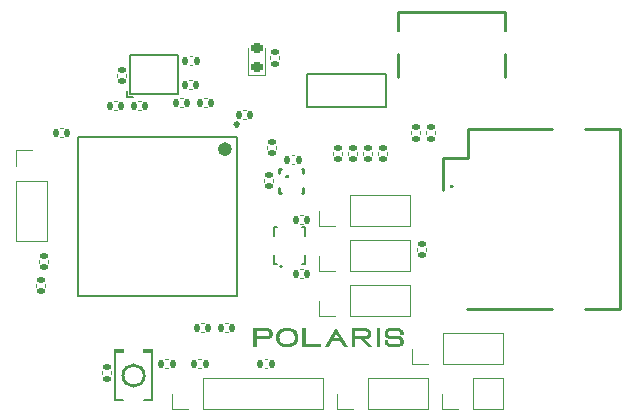
<source format=gbr>
%TF.GenerationSoftware,KiCad,Pcbnew,8.0.4*%
%TF.CreationDate,2024-11-29T22:22:18-05:00*%
%TF.ProjectId,SRSFC,53525346-432e-46b6-9963-61645f706362,V1.0*%
%TF.SameCoordinates,Original*%
%TF.FileFunction,Legend,Top*%
%TF.FilePolarity,Positive*%
%FSLAX46Y46*%
G04 Gerber Fmt 4.6, Leading zero omitted, Abs format (unit mm)*
G04 Created by KiCad (PCBNEW 8.0.4) date 2024-11-29 22:22:18*
%MOMM*%
%LPD*%
G01*
G04 APERTURE LIST*
G04 Aperture macros list*
%AMRoundRect*
0 Rectangle with rounded corners*
0 $1 Rounding radius*
0 $2 $3 $4 $5 $6 $7 $8 $9 X,Y pos of 4 corners*
0 Add a 4 corners polygon primitive as box body*
4,1,4,$2,$3,$4,$5,$6,$7,$8,$9,$2,$3,0*
0 Add four circle primitives for the rounded corners*
1,1,$1+$1,$2,$3*
1,1,$1+$1,$4,$5*
1,1,$1+$1,$6,$7*
1,1,$1+$1,$8,$9*
0 Add four rect primitives between the rounded corners*
20,1,$1+$1,$2,$3,$4,$5,0*
20,1,$1+$1,$4,$5,$6,$7,0*
20,1,$1+$1,$6,$7,$8,$9,0*
20,1,$1+$1,$8,$9,$2,$3,0*%
G04 Aperture macros list end*
%ADD10C,0.250000*%
%ADD11C,0.120000*%
%ADD12C,0.152500*%
%ADD13C,0.200000*%
%ADD14C,0.600000*%
%ADD15C,0.300000*%
%ADD16C,0.254000*%
%ADD17C,0.150000*%
%ADD18C,0.152000*%
%ADD19C,0.000000*%
%ADD20R,1.700000X1.700000*%
%ADD21O,1.700000X1.700000*%
%ADD22RoundRect,0.140000X0.140000X0.170000X-0.140000X0.170000X-0.140000X-0.170000X0.140000X-0.170000X0*%
%ADD23RoundRect,0.140000X-0.140000X-0.170000X0.140000X-0.170000X0.140000X0.170000X-0.140000X0.170000X0*%
%ADD24R,0.980000X2.470000*%
%ADD25R,3.600000X2.470000*%
%ADD26R,0.280000X1.500000*%
%ADD27R,1.500000X0.280000*%
%ADD28RoundRect,0.135000X-0.135000X-0.185000X0.135000X-0.185000X0.135000X0.185000X-0.135000X0.185000X0*%
%ADD29R,0.550000X1.100000*%
%ADD30R,0.300000X1.100000*%
%ADD31O,1.100000X2.000000*%
%ADD32O,1.200000X1.800000*%
%ADD33RoundRect,0.135000X-0.185000X0.135000X-0.185000X-0.135000X0.185000X-0.135000X0.185000X0.135000X0*%
%ADD34RoundRect,0.140000X0.170000X-0.140000X0.170000X0.140000X-0.170000X0.140000X-0.170000X-0.140000X0*%
%ADD35RoundRect,0.135000X0.185000X-0.135000X0.185000X0.135000X-0.185000X0.135000X-0.185000X-0.135000X0*%
%ADD36RoundRect,0.140000X-0.170000X0.140000X-0.170000X-0.140000X0.170000X-0.140000X0.170000X0.140000X0*%
%ADD37C,7.500000*%
%ADD38R,0.280000X0.500000*%
%ADD39R,0.500000X0.280000*%
%ADD40RoundRect,0.218750X0.256250X-0.218750X0.256250X0.218750X-0.256250X0.218750X-0.256250X-0.218750X0*%
%ADD41RoundRect,0.135000X0.135000X0.185000X-0.135000X0.185000X-0.135000X-0.185000X0.135000X-0.185000X0*%
%ADD42R,1.600000X0.700000*%
%ADD43R,1.500000X1.200000*%
%ADD44R,2.200000X1.200000*%
%ADD45R,1.500000X1.600000*%
%ADD46R,0.500000X0.300000*%
%ADD47R,0.300000X0.500000*%
%ADD48R,1.400000X1.200000*%
%ADD49R,1.360000X1.230000*%
G04 APERTURE END LIST*
D10*
G36*
X141245235Y-107223599D02*
G01*
X141338832Y-107229649D01*
X141429318Y-107241440D01*
X141514954Y-107260368D01*
X141593997Y-107287830D01*
X141664708Y-107325224D01*
X141743018Y-107392944D01*
X141787516Y-107458943D01*
X141817879Y-107539528D01*
X141832366Y-107636098D01*
X141833366Y-107672081D01*
X141833366Y-107734998D01*
X141824558Y-107837715D01*
X141799293Y-107923906D01*
X141759314Y-107994974D01*
X141686125Y-108068629D01*
X141618579Y-108109862D01*
X141542120Y-108140647D01*
X141458488Y-108162387D01*
X141369426Y-108176483D01*
X141276672Y-108184339D01*
X141181968Y-108187358D01*
X141150268Y-108187531D01*
X140484755Y-108187531D01*
X140487100Y-108825689D01*
X140197916Y-108825689D01*
X140197916Y-107488411D01*
X140482410Y-107488411D01*
X140482410Y-107920623D01*
X141190519Y-107920623D01*
X141277387Y-107919631D01*
X141357420Y-107913949D01*
X141439891Y-107895221D01*
X141510346Y-107848084D01*
X141544620Y-107763100D01*
X141546527Y-107730309D01*
X141546527Y-107674426D01*
X141532452Y-107596845D01*
X141479206Y-107533592D01*
X141425774Y-107508732D01*
X141345485Y-107493031D01*
X141300331Y-107490755D01*
X141221186Y-107487850D01*
X141161210Y-107488411D01*
X140482410Y-107488411D01*
X140197916Y-107488411D01*
X140197916Y-107221893D01*
X141150268Y-107221893D01*
X141245235Y-107223599D01*
G37*
G36*
X143153823Y-107223136D02*
G01*
X143257172Y-107231642D01*
X143353989Y-107245979D01*
X143444184Y-107266278D01*
X143527671Y-107292670D01*
X143604360Y-107325286D01*
X143674164Y-107364258D01*
X143765768Y-107434918D01*
X143841383Y-107520615D01*
X143900713Y-107621791D01*
X143931071Y-107698060D01*
X143953972Y-107781536D01*
X143969326Y-107872350D01*
X143977045Y-107970634D01*
X143978014Y-108022618D01*
X143974093Y-108124344D01*
X143962405Y-108218714D01*
X143943057Y-108305838D01*
X143916159Y-108385826D01*
X143881819Y-108458786D01*
X143816594Y-108555289D01*
X143735236Y-108636596D01*
X143638114Y-108703075D01*
X143564788Y-108739340D01*
X143484728Y-108769287D01*
X143398041Y-108793028D01*
X143304838Y-108810670D01*
X143205225Y-108822324D01*
X143099314Y-108828099D01*
X143044029Y-108828815D01*
X142934231Y-108825961D01*
X142830869Y-108817319D01*
X142734033Y-108802772D01*
X142643813Y-108782202D01*
X142560297Y-108755490D01*
X142483574Y-108722519D01*
X142413735Y-108683172D01*
X142322077Y-108611935D01*
X142246408Y-108525687D01*
X142187030Y-108424029D01*
X142156644Y-108347500D01*
X142133721Y-108263827D01*
X142118352Y-108172893D01*
X142110624Y-108074579D01*
X142109654Y-108022618D01*
X142398837Y-108022618D01*
X142404187Y-108131101D01*
X142420370Y-108225374D01*
X142447584Y-108306210D01*
X142486030Y-108374383D01*
X142555104Y-108446917D01*
X142644969Y-108500144D01*
X142726296Y-108528495D01*
X142819782Y-108547789D01*
X142925627Y-108558799D01*
X143044029Y-108562297D01*
X143123982Y-108560715D01*
X143233595Y-108552076D01*
X143330972Y-108535290D01*
X143416278Y-108509648D01*
X143489676Y-108474441D01*
X143569304Y-108411393D01*
X143628444Y-108328399D01*
X143659589Y-108252052D01*
X143679594Y-108162831D01*
X143688622Y-108060028D01*
X143689221Y-108022618D01*
X143683918Y-107914094D01*
X143667856Y-107819899D01*
X143640807Y-107739233D01*
X143587258Y-107651348D01*
X143513231Y-107584206D01*
X143443948Y-107546326D01*
X143362614Y-107518252D01*
X143269001Y-107499188D01*
X143162882Y-107488334D01*
X143044029Y-107484893D01*
X142963689Y-107486403D01*
X142853681Y-107494697D01*
X142756097Y-107510936D01*
X142670739Y-107535918D01*
X142597408Y-107570441D01*
X142517997Y-107632691D01*
X142459142Y-107715214D01*
X142428206Y-107791546D01*
X142408368Y-107881143D01*
X142399429Y-107984802D01*
X142398837Y-108022618D01*
X142109654Y-108022618D01*
X142113574Y-107921323D01*
X142125263Y-107827364D01*
X142144613Y-107740630D01*
X142171514Y-107661011D01*
X142205860Y-107588396D01*
X142271100Y-107492366D01*
X142352480Y-107411474D01*
X142449636Y-107345348D01*
X142522990Y-107309283D01*
X142603085Y-107279504D01*
X142689812Y-107255901D01*
X142783065Y-107238363D01*
X142882733Y-107226780D01*
X142988709Y-107221042D01*
X143044029Y-107220330D01*
X143153823Y-107223136D01*
G37*
G36*
X144346527Y-108821000D02*
G01*
X144346527Y-107217203D01*
X144631021Y-107217203D01*
X144631021Y-108554482D01*
X145899130Y-108554482D01*
X145899130Y-108821000D01*
X144346527Y-108821000D01*
G37*
G36*
X148165313Y-108821000D02*
G01*
X147835878Y-108821000D01*
X147553729Y-108339548D01*
X146874929Y-108341893D01*
X146592389Y-108821000D01*
X146267644Y-108821000D01*
X146701836Y-108084363D01*
X147027337Y-108084363D01*
X147401322Y-108084363D01*
X147212961Y-107768215D01*
X147027337Y-108084363D01*
X146701836Y-108084363D01*
X147212961Y-107217203D01*
X148165313Y-108821000D01*
G37*
G36*
X149581536Y-107223599D02*
G01*
X149675133Y-107229649D01*
X149765620Y-107241440D01*
X149851255Y-107260368D01*
X149930298Y-107287830D01*
X150001009Y-107325224D01*
X150079319Y-107392944D01*
X150123817Y-107458943D01*
X150154180Y-107539528D01*
X150168667Y-107636098D01*
X150169668Y-107672081D01*
X150169668Y-107734998D01*
X150164116Y-107816826D01*
X150140286Y-107910702D01*
X150099190Y-107988385D01*
X150042478Y-108051193D01*
X149971798Y-108100446D01*
X149888799Y-108137463D01*
X149795130Y-108163562D01*
X149692440Y-108180062D01*
X149665550Y-108182842D01*
X150283778Y-108825689D01*
X149898460Y-108825689D01*
X149286876Y-108187531D01*
X148821056Y-108187531D01*
X148823401Y-108825689D01*
X148534218Y-108825689D01*
X148534218Y-107488411D01*
X148818712Y-107488411D01*
X148818712Y-107920623D01*
X149526820Y-107920623D01*
X149613689Y-107919631D01*
X149693722Y-107913949D01*
X149776192Y-107895221D01*
X149846647Y-107848084D01*
X149880922Y-107763100D01*
X149882829Y-107730309D01*
X149882829Y-107674426D01*
X149868754Y-107596845D01*
X149815508Y-107533592D01*
X149762075Y-107508732D01*
X149681786Y-107493031D01*
X149636632Y-107490755D01*
X149557487Y-107487850D01*
X149497511Y-107488411D01*
X148818712Y-107488411D01*
X148534218Y-107488411D01*
X148534218Y-107221893D01*
X149486569Y-107221893D01*
X149581536Y-107223599D01*
G37*
G36*
X150939912Y-107217203D02*
G01*
X150939912Y-108821000D01*
X150655418Y-108821000D01*
X150655418Y-107217203D01*
X150939912Y-107217203D01*
G37*
G36*
X152000512Y-108826080D02*
G01*
X151922219Y-108825554D01*
X151841504Y-108822679D01*
X151760120Y-108815508D01*
X151679821Y-108802095D01*
X151602362Y-108780494D01*
X151529496Y-108748759D01*
X151462977Y-108704942D01*
X151404559Y-108647099D01*
X151361679Y-108580623D01*
X151333697Y-108502012D01*
X151330700Y-108485703D01*
X151322315Y-108407922D01*
X151321712Y-108353616D01*
X151321712Y-108245759D01*
X151608551Y-108245759D01*
X151608551Y-108369248D01*
X151612850Y-108429820D01*
X151649135Y-108499294D01*
X151721437Y-108538867D01*
X151747281Y-108546275D01*
X151827643Y-108558291D01*
X151863736Y-108559562D01*
X151943095Y-108561835D01*
X151975892Y-108561907D01*
X152285006Y-108561907D01*
X152364951Y-108560959D01*
X152448441Y-108554323D01*
X152502285Y-108543930D01*
X152578514Y-108510248D01*
X152625902Y-108446654D01*
X152630072Y-108429820D01*
X152634371Y-108371593D01*
X152634371Y-108333295D01*
X152616551Y-108251866D01*
X152556061Y-108194150D01*
X152502285Y-108174244D01*
X152421986Y-108159998D01*
X152370198Y-108156268D01*
X152231077Y-108156268D01*
X151993869Y-108156268D01*
X151915370Y-108155632D01*
X151834097Y-108152427D01*
X151751890Y-108144707D01*
X151670589Y-108130525D01*
X151592036Y-108107935D01*
X151518071Y-108074990D01*
X151450537Y-108029745D01*
X151391273Y-107970253D01*
X151348298Y-107902286D01*
X151321859Y-107823577D01*
X151311683Y-107742139D01*
X151310379Y-107686150D01*
X151310379Y-107654496D01*
X151319403Y-107553109D01*
X151345225Y-107468446D01*
X151385974Y-107399031D01*
X151460289Y-107327650D01*
X151528586Y-107288083D01*
X151605569Y-107258850D01*
X151689367Y-107238478D01*
X151778107Y-107225493D01*
X151869916Y-107218421D01*
X151962924Y-107215787D01*
X151993869Y-107215640D01*
X152224434Y-107215640D01*
X152322545Y-107216597D01*
X152404453Y-107220407D01*
X152487151Y-107229061D01*
X152568566Y-107244533D01*
X152646624Y-107268796D01*
X152719248Y-107303825D01*
X152784366Y-107351593D01*
X152827030Y-107396966D01*
X152871869Y-107467422D01*
X152898677Y-107545155D01*
X152900889Y-107556017D01*
X152909274Y-107636309D01*
X152909877Y-107692793D01*
X152909877Y-107795570D01*
X152621084Y-107795570D01*
X152621084Y-107677161D01*
X152618740Y-107611900D01*
X152581823Y-107541668D01*
X152509591Y-107502180D01*
X152484308Y-107495445D01*
X152405826Y-107484468D01*
X152370198Y-107482158D01*
X152290839Y-107479885D01*
X152258042Y-107479813D01*
X151962215Y-107479813D01*
X151881026Y-107479918D01*
X151799601Y-107485161D01*
X151774245Y-107488801D01*
X151693228Y-107507269D01*
X151626527Y-107551718D01*
X151599382Y-107625209D01*
X151597218Y-107677161D01*
X151597218Y-107708424D01*
X151615504Y-107790895D01*
X151675693Y-107847899D01*
X151727351Y-107867475D01*
X151804684Y-107881286D01*
X151861391Y-107885452D01*
X151940536Y-107886209D01*
X152000512Y-107885452D01*
X152238111Y-107885452D01*
X152335785Y-107886442D01*
X152417056Y-107890338D01*
X152498968Y-107899145D01*
X152579543Y-107914851D01*
X152656802Y-107939444D01*
X152728768Y-107974911D01*
X152793461Y-108023240D01*
X152836018Y-108069122D01*
X152880488Y-108137773D01*
X152908467Y-108215550D01*
X152919677Y-108295664D01*
X152921210Y-108351272D01*
X152921210Y-108387224D01*
X152912131Y-108488610D01*
X152886166Y-108573274D01*
X152845224Y-108642689D01*
X152770637Y-108714070D01*
X152702173Y-108753637D01*
X152625094Y-108782870D01*
X152541310Y-108803242D01*
X152452730Y-108816227D01*
X152361262Y-108823299D01*
X152268815Y-108825933D01*
X152238111Y-108826080D01*
X152000512Y-108826080D01*
G37*
D11*
%TO.C,J6*%
X145736000Y-102422000D02*
X145736000Y-101092000D01*
X147066000Y-102422000D02*
X145736000Y-102422000D01*
X148336000Y-99762000D02*
X153476000Y-99762000D01*
X148336000Y-102422000D02*
X148336000Y-99762000D01*
X148336000Y-102422000D02*
X153476000Y-102422000D01*
X153476000Y-102422000D02*
X153476000Y-99762000D01*
%TO.C,C1*%
X139553836Y-88794000D02*
X139338164Y-88794000D01*
X139553836Y-89514000D02*
X139338164Y-89514000D01*
%TO.C,J1*%
X133290000Y-114106000D02*
X133290000Y-112776000D01*
X134620000Y-114106000D02*
X133290000Y-114106000D01*
X135890000Y-111446000D02*
X146110000Y-111446000D01*
X135890000Y-114106000D02*
X135890000Y-111446000D01*
X135890000Y-114106000D02*
X146110000Y-114106000D01*
X146110000Y-114106000D02*
X146110000Y-111446000D01*
%TO.C,C28*%
X143430164Y-92604000D02*
X143645836Y-92604000D01*
X143430164Y-93324000D02*
X143645836Y-93324000D01*
D12*
%TO.C,U5*%
X144756000Y-85750500D02*
X151408000Y-85750500D01*
X144756000Y-88493500D02*
X144756000Y-85750500D01*
X151408000Y-85750500D02*
X151408000Y-88493500D01*
X151408000Y-88493500D02*
X144756000Y-88493500D01*
D13*
%TO.C,U1*%
X125330000Y-91040000D02*
X125330000Y-104540000D01*
X125330000Y-104540000D02*
X138830000Y-104540000D01*
X138830000Y-91040000D02*
X125330000Y-91040000D01*
X138830000Y-104540000D02*
X138830000Y-91040000D01*
D14*
X137777500Y-92390000D02*
G75*
G02*
X137782500Y-92390000I2500J300000D01*
G01*
D15*
X138779000Y-90140000D02*
G75*
G02*
X138781500Y-90140000I1250J149999D01*
G01*
D11*
%TO.C,R5*%
X132690359Y-109856000D02*
X132997641Y-109856000D01*
X132690359Y-110616000D02*
X132997641Y-110616000D01*
D16*
%TO.C,USB1*%
X152400000Y-80590500D02*
X152400000Y-82063500D01*
X152400000Y-84019500D02*
X152400000Y-86013500D01*
X152472000Y-80441500D02*
X161472000Y-80441500D01*
X161472000Y-80441500D02*
X161472000Y-82060500D01*
X161472000Y-84022500D02*
X161472000Y-86010500D01*
D11*
%TO.C,C11*%
X136251836Y-87778000D02*
X136036164Y-87778000D01*
X136251836Y-88498000D02*
X136036164Y-88498000D01*
%TO.C,C2*%
X134794164Y-84222000D02*
X135009836Y-84222000D01*
X134794164Y-84942000D02*
X135009836Y-84942000D01*
%TO.C,R4*%
X154814000Y-90526359D02*
X154814000Y-90833641D01*
X155574000Y-90526359D02*
X155574000Y-90833641D01*
%TO.C,J8*%
X120082000Y-92142000D02*
X121412000Y-92142000D01*
X120082000Y-93472000D02*
X120082000Y-92142000D01*
X120082000Y-94742000D02*
X120082000Y-99882000D01*
X120082000Y-94742000D02*
X122742000Y-94742000D01*
X120082000Y-99882000D02*
X122742000Y-99882000D01*
X122742000Y-94742000D02*
X122742000Y-99882000D01*
%TO.C,C5*%
X130663836Y-88032000D02*
X130448164Y-88032000D01*
X130663836Y-88752000D02*
X130448164Y-88752000D01*
%TO.C,J3*%
X147260000Y-114106000D02*
X147260000Y-112776000D01*
X148590000Y-114106000D02*
X147260000Y-114106000D01*
X149860000Y-111446000D02*
X155000000Y-111446000D01*
X149860000Y-114106000D02*
X149860000Y-111446000D01*
X149860000Y-114106000D02*
X155000000Y-114106000D01*
X155000000Y-114106000D02*
X155000000Y-111446000D01*
%TO.C,C10*%
X122068000Y-101707836D02*
X122068000Y-101492164D01*
X122788000Y-101707836D02*
X122788000Y-101492164D01*
%TO.C,R1*%
X127382000Y-111151641D02*
X127382000Y-110844359D01*
X128142000Y-111151641D02*
X128142000Y-110844359D01*
%TO.C,C22*%
X146960000Y-92348164D02*
X146960000Y-92563836D01*
X147680000Y-92348164D02*
X147680000Y-92563836D01*
%TO.C,R3*%
X153544000Y-90522359D02*
X153544000Y-90829641D01*
X154304000Y-90522359D02*
X154304000Y-90829641D01*
%TO.C,C8*%
X123844164Y-90318000D02*
X124059836Y-90318000D01*
X123844164Y-91038000D02*
X124059836Y-91038000D01*
%TO.C,C26*%
X141359836Y-109876000D02*
X141144164Y-109876000D01*
X141359836Y-110596000D02*
X141144164Y-110596000D01*
%TO.C,C4*%
X134953836Y-86254000D02*
X134738164Y-86254000D01*
X134953836Y-86974000D02*
X134738164Y-86974000D01*
%TO.C,J7*%
X145736000Y-98612000D02*
X145736000Y-97282000D01*
X147066000Y-98612000D02*
X145736000Y-98612000D01*
X148336000Y-95952000D02*
X153476000Y-95952000D01*
X148336000Y-98612000D02*
X148336000Y-95952000D01*
X148336000Y-98612000D02*
X153476000Y-98612000D01*
X153476000Y-98612000D02*
X153476000Y-95952000D01*
%TO.C,C24*%
X149500000Y-92348164D02*
X149500000Y-92563836D01*
X150220000Y-92348164D02*
X150220000Y-92563836D01*
%TO.C,C3*%
X128672000Y-85959836D02*
X128672000Y-85744164D01*
X129392000Y-85959836D02*
X129392000Y-85744164D01*
%TO.C,J5*%
X145736000Y-106232000D02*
X145736000Y-104902000D01*
X147066000Y-106232000D02*
X145736000Y-106232000D01*
X148336000Y-103572000D02*
X153476000Y-103572000D01*
X148336000Y-106232000D02*
X148336000Y-103572000D01*
X148336000Y-106232000D02*
X153476000Y-106232000D01*
X153476000Y-106232000D02*
X153476000Y-103572000D01*
%TO.C,C7*%
X128416164Y-88032000D02*
X128631836Y-88032000D01*
X128416164Y-88752000D02*
X128631836Y-88752000D01*
%TO.C,C13*%
X138001836Y-106828000D02*
X137786164Y-106828000D01*
X138001836Y-107548000D02*
X137786164Y-107548000D01*
%TO.C,R2*%
X141606000Y-84174359D02*
X141606000Y-84481641D01*
X142366000Y-84174359D02*
X142366000Y-84481641D01*
%TO.C,J2*%
X156150000Y-114106000D02*
X156150000Y-112776000D01*
X157480000Y-114106000D02*
X156150000Y-114106000D01*
X158750000Y-111446000D02*
X161350000Y-111446000D01*
X158750000Y-114106000D02*
X158750000Y-111446000D01*
X158750000Y-114106000D02*
X161350000Y-114106000D01*
X161350000Y-114106000D02*
X161350000Y-111446000D01*
%TO.C,C6*%
X121814000Y-103739836D02*
X121814000Y-103524164D01*
X122534000Y-103739836D02*
X122534000Y-103524164D01*
%TO.C,C25*%
X150770000Y-92348164D02*
X150770000Y-92563836D01*
X151490000Y-92348164D02*
X151490000Y-92563836D01*
%TO.C,C27*%
X154072000Y-100663836D02*
X154072000Y-100448164D01*
X154792000Y-100663836D02*
X154792000Y-100448164D01*
D12*
%TO.C,U2*%
X141942000Y-98659000D02*
X142187500Y-98659000D01*
X141942000Y-99404500D02*
X141942000Y-98659000D01*
X141942000Y-101065500D02*
X141942000Y-101811000D01*
X141942000Y-101811000D02*
X142187500Y-101811000D01*
X144594000Y-98659000D02*
X144348500Y-98659000D01*
X144594000Y-99404500D02*
X144594000Y-98659000D01*
X144594000Y-101065500D02*
X144594000Y-101811000D01*
X144594000Y-101811000D02*
X144348500Y-101811000D01*
D17*
X142581000Y-102013000D02*
G75*
G02*
X142431000Y-102013000I-75000J0D01*
G01*
X142431000Y-102013000D02*
G75*
G02*
X142581000Y-102013000I75000J0D01*
G01*
D11*
%TO.C,C15*%
X144164164Y-97684000D02*
X144379836Y-97684000D01*
X144164164Y-98404000D02*
X144379836Y-98404000D01*
%TO.C,C16*%
X144164164Y-102256000D02*
X144379836Y-102256000D01*
X144164164Y-102976000D02*
X144379836Y-102976000D01*
%TO.C,C14*%
X141372000Y-91840164D02*
X141372000Y-92055836D01*
X142092000Y-91840164D02*
X142092000Y-92055836D01*
%TO.C,C12*%
X135997836Y-106828000D02*
X135782164Y-106828000D01*
X135997836Y-107548000D02*
X135782164Y-107548000D01*
%TO.C,D1*%
X139727000Y-83528000D02*
X139727000Y-85813000D01*
X139727000Y-85813000D02*
X141197000Y-85813000D01*
X141197000Y-85813000D02*
X141197000Y-83528000D01*
%TO.C,R6*%
X135787641Y-109856000D02*
X135480359Y-109856000D01*
X135787641Y-110616000D02*
X135480359Y-110616000D01*
D16*
%TO.C,CARD1*%
X156244000Y-93648000D02*
X156244000Y-95500000D01*
X156244500Y-92860500D02*
X158345000Y-92860500D01*
X156244500Y-93648000D02*
X156244500Y-92860500D01*
X158294000Y-105610000D02*
X165454000Y-105610000D01*
X158344000Y-90370000D02*
X158344000Y-92860000D01*
X158345000Y-92860500D02*
X158344000Y-92850000D01*
X165513000Y-90370000D02*
X158344000Y-90370000D01*
X171244000Y-90350000D02*
X168254000Y-90350000D01*
X171244000Y-105590000D02*
X168304000Y-105590000D01*
X171244000Y-105590000D02*
X171244000Y-90350000D01*
X157044500Y-95263000D02*
G75*
G02*
X156939500Y-95263000I-52500J0D01*
G01*
X156939500Y-95263000D02*
G75*
G02*
X157044500Y-95263000I52500J0D01*
G01*
%TO.C,U6*%
X142385000Y-93722000D02*
X142520000Y-93722000D01*
X142385000Y-94107000D02*
X142385000Y-93722000D01*
X142385000Y-95754000D02*
X142385000Y-95369000D01*
X142520000Y-95754000D02*
X142385000Y-95754000D01*
X144282000Y-93722000D02*
X144417000Y-93722000D01*
X144417000Y-93722000D02*
X144417000Y-94107000D01*
X144417000Y-95369000D02*
X144417000Y-95754000D01*
X144417000Y-95754000D02*
X144282000Y-95754000D01*
X143099000Y-94408500D02*
G75*
G02*
X142985000Y-94408500I-57000J0D01*
G01*
X142985000Y-94408500D02*
G75*
G02*
X143099000Y-94408500I57000J0D01*
G01*
D11*
%TO.C,J4*%
X153625000Y-110296000D02*
X153625000Y-108966000D01*
X154955000Y-110296000D02*
X153625000Y-110296000D01*
X156225000Y-107636000D02*
X161365000Y-107636000D01*
X156225000Y-110296000D02*
X156225000Y-107636000D01*
X156225000Y-110296000D02*
X161365000Y-110296000D01*
X161365000Y-110296000D02*
X161365000Y-107636000D01*
D18*
%TO.C,X1*%
X129456000Y-87136000D02*
X129456000Y-87644000D01*
X129456000Y-87644000D02*
X129964000Y-87644000D01*
D12*
X129712500Y-84087500D02*
X133774000Y-84088000D01*
X129712500Y-87417500D02*
X129712500Y-84087500D01*
X133774000Y-84088000D02*
X133774000Y-85739000D01*
X133774000Y-85739000D02*
X133774000Y-87390000D01*
X133774000Y-87390000D02*
X129712500Y-87417500D01*
%TO.C,SW1*%
X128507000Y-109226000D02*
X128507000Y-113278000D01*
X128507000Y-113278000D02*
X129165000Y-113278000D01*
X131589000Y-109226000D02*
X131589000Y-113278000D01*
X131589000Y-113278000D02*
X130931000Y-113278000D01*
D16*
X130948000Y-111252000D02*
G75*
G02*
X129148000Y-111252000I-900000J0D01*
G01*
X129148000Y-111252000D02*
G75*
G02*
X130948000Y-111252000I900000J0D01*
G01*
D19*
G36*
X129215500Y-109302000D02*
G01*
X128430500Y-109302000D01*
X128430500Y-108997000D01*
X129215500Y-108997000D01*
X129215500Y-109302000D01*
G37*
G36*
X131665500Y-109302000D02*
G01*
X130880500Y-109302000D01*
X130880500Y-108997000D01*
X131665500Y-108997000D01*
X131665500Y-109302000D01*
G37*
D11*
%TO.C,C9*%
X133976164Y-87778000D02*
X134191836Y-87778000D01*
X133976164Y-88498000D02*
X134191836Y-88498000D01*
%TO.C,C17*%
X141118000Y-94634164D02*
X141118000Y-94849836D01*
X141838000Y-94634164D02*
X141838000Y-94849836D01*
%TO.C,C23*%
X148230000Y-92348164D02*
X148230000Y-92563836D01*
X148950000Y-92348164D02*
X148950000Y-92563836D01*
%TD*%
%LPC*%
D20*
%TO.C,J6*%
X147066000Y-101092000D03*
D21*
X149606000Y-101092000D03*
X152146000Y-101092000D03*
%TD*%
D22*
%TO.C,C1*%
X139926000Y-89154000D03*
X138966000Y-89154000D03*
%TD*%
D20*
%TO.C,J1*%
X134620000Y-112776000D03*
D21*
X137160000Y-112776000D03*
X139700000Y-112776000D03*
X142240000Y-112776000D03*
X144780000Y-112776000D03*
%TD*%
D23*
%TO.C,C28*%
X143058000Y-92964000D03*
X144018000Y-92964000D03*
%TD*%
D24*
%TO.C,U5*%
X145782000Y-89957000D03*
X148082000Y-89957000D03*
X150382000Y-89957000D03*
D25*
X148082000Y-84287000D03*
%TD*%
D26*
%TO.C,U1*%
X138080000Y-89890000D03*
X137580000Y-89890000D03*
X137080000Y-89890000D03*
X136580000Y-89890000D03*
X136080000Y-89890000D03*
X135580000Y-89890000D03*
X135080000Y-89890000D03*
X134580000Y-89890000D03*
X134080000Y-89890000D03*
X133580000Y-89890000D03*
X133080000Y-89890000D03*
X132580000Y-89890000D03*
X132080000Y-89890000D03*
X131580000Y-89890000D03*
X131080000Y-89890000D03*
X130580000Y-89890000D03*
X130080000Y-89890000D03*
X129580000Y-89890000D03*
X129080000Y-89890000D03*
X128580000Y-89890000D03*
X128080000Y-89890000D03*
X127580000Y-89890000D03*
X127080000Y-89890000D03*
X126580000Y-89890000D03*
X126080000Y-89890000D03*
D27*
X124180000Y-91790000D03*
X124180000Y-92290000D03*
X124180000Y-92790000D03*
X124180000Y-93290000D03*
X124180000Y-93790000D03*
X124180000Y-94290000D03*
X124180000Y-94790000D03*
X124180000Y-95290000D03*
X124180000Y-95790000D03*
X124180000Y-96290000D03*
X124180000Y-96790000D03*
X124180000Y-97290000D03*
X124180000Y-97790000D03*
X124180000Y-98290000D03*
X124180000Y-98790000D03*
X124180000Y-99290000D03*
X124180000Y-99790000D03*
X124180000Y-100290000D03*
X124180000Y-100790000D03*
X124180000Y-101290000D03*
X124180000Y-101790000D03*
X124180000Y-102290000D03*
X124180000Y-102790000D03*
X124180000Y-103290000D03*
X124180000Y-103790000D03*
D26*
X126080000Y-105690000D03*
X126580000Y-105690000D03*
X127080000Y-105690000D03*
X127580000Y-105690000D03*
X128080000Y-105690000D03*
X128580000Y-105690000D03*
X129080000Y-105690000D03*
X129580000Y-105690000D03*
X130080000Y-105690000D03*
X130580000Y-105690000D03*
X131080000Y-105690000D03*
X131580000Y-105690000D03*
X132080000Y-105690000D03*
X132580000Y-105690000D03*
X133080000Y-105690000D03*
X133580000Y-105690000D03*
X134080000Y-105690000D03*
X134580000Y-105690000D03*
X135080000Y-105690000D03*
X135580000Y-105690000D03*
X136080000Y-105690000D03*
X136580000Y-105690000D03*
X137080000Y-105690000D03*
X137580000Y-105690000D03*
X138080000Y-105690000D03*
D27*
X139980000Y-103790000D03*
X139980000Y-103290000D03*
X139980000Y-102790000D03*
X139980000Y-102290000D03*
X139980000Y-101790000D03*
X139980000Y-101290000D03*
X139980000Y-100790000D03*
X139980000Y-100290000D03*
X139980000Y-99790000D03*
X139980000Y-99290000D03*
X139980000Y-98790000D03*
X139980000Y-98290000D03*
X139980000Y-97790000D03*
X139980000Y-97290000D03*
X139980000Y-96790000D03*
X139980000Y-96290000D03*
X139980000Y-95790000D03*
X139980000Y-95290000D03*
X139980000Y-94790000D03*
X139980000Y-94290000D03*
X139980000Y-93790000D03*
X139980000Y-93290000D03*
X139980000Y-92790000D03*
X139980000Y-92290000D03*
X139980000Y-91790000D03*
%TD*%
D28*
%TO.C,R5*%
X132334000Y-110236000D03*
X133354000Y-110236000D03*
%TD*%
D29*
%TO.C,USB1*%
X160172000Y-87791500D03*
X159372000Y-87791500D03*
D30*
X158722000Y-87791500D03*
X158222000Y-87791500D03*
X157722000Y-87791500D03*
X157222000Y-87791500D03*
X156722000Y-87791500D03*
X156222000Y-87791500D03*
X155722000Y-87791500D03*
X155222000Y-87791500D03*
D29*
X154572000Y-87791500D03*
X153772000Y-87791500D03*
D31*
X161297000Y-87241500D03*
D32*
X161297000Y-83041500D03*
D31*
X152647000Y-87241500D03*
D32*
X152647000Y-83041500D03*
%TD*%
D22*
%TO.C,C11*%
X136624000Y-88138000D03*
X135664000Y-88138000D03*
%TD*%
D23*
%TO.C,C2*%
X134422000Y-84582000D03*
X135382000Y-84582000D03*
%TD*%
D33*
%TO.C,R4*%
X155194000Y-90170000D03*
X155194000Y-91190000D03*
%TD*%
D20*
%TO.C,J8*%
X121412000Y-93472000D03*
D21*
X121412000Y-96012000D03*
X121412000Y-98552000D03*
%TD*%
D22*
%TO.C,C5*%
X131036000Y-88392000D03*
X130076000Y-88392000D03*
%TD*%
D20*
%TO.C,J3*%
X148590000Y-112776000D03*
D21*
X151130000Y-112776000D03*
X153670000Y-112776000D03*
%TD*%
D34*
%TO.C,C10*%
X122428000Y-102080000D03*
X122428000Y-101120000D03*
%TD*%
D35*
%TO.C,R1*%
X127762000Y-111508000D03*
X127762000Y-110488000D03*
%TD*%
D36*
%TO.C,C22*%
X147320000Y-91976000D03*
X147320000Y-92936000D03*
%TD*%
D33*
%TO.C,R3*%
X153924000Y-90166000D03*
X153924000Y-91186000D03*
%TD*%
D23*
%TO.C,C8*%
X123472000Y-90678000D03*
X124432000Y-90678000D03*
%TD*%
D22*
%TO.C,C26*%
X141732000Y-110236000D03*
X140772000Y-110236000D03*
%TD*%
%TO.C,C4*%
X135326000Y-86614000D03*
X134366000Y-86614000D03*
%TD*%
D37*
%TO.C,H4*%
X166878000Y-110998000D03*
%TD*%
D20*
%TO.C,J7*%
X147066000Y-97282000D03*
D21*
X149606000Y-97282000D03*
X152146000Y-97282000D03*
%TD*%
D36*
%TO.C,C24*%
X149860000Y-91976000D03*
X149860000Y-92936000D03*
%TD*%
D34*
%TO.C,C3*%
X129032000Y-86332000D03*
X129032000Y-85372000D03*
%TD*%
D20*
%TO.C,J5*%
X147066000Y-104902000D03*
D21*
X149606000Y-104902000D03*
X152146000Y-104902000D03*
%TD*%
D23*
%TO.C,C7*%
X128044000Y-88392000D03*
X129004000Y-88392000D03*
%TD*%
D22*
%TO.C,C13*%
X138374000Y-107188000D03*
X137414000Y-107188000D03*
%TD*%
D33*
%TO.C,R2*%
X141986000Y-83818000D03*
X141986000Y-84838000D03*
%TD*%
D20*
%TO.C,J2*%
X157480000Y-112776000D03*
D21*
X160020000Y-112776000D03*
%TD*%
D34*
%TO.C,C6*%
X122174000Y-104112000D03*
X122174000Y-103152000D03*
%TD*%
D36*
%TO.C,C25*%
X151130000Y-91976000D03*
X151130000Y-92936000D03*
%TD*%
D37*
%TO.C,H3*%
X122936000Y-110998000D03*
%TD*%
D34*
%TO.C,C27*%
X154432000Y-101036000D03*
X154432000Y-100076000D03*
%TD*%
D38*
%TO.C,U2*%
X142518000Y-101410000D03*
X143018000Y-101410000D03*
X143518000Y-101410000D03*
X144018000Y-101410000D03*
D39*
X144193000Y-100735000D03*
X144193000Y-100235000D03*
X144193000Y-99735000D03*
D38*
X144018000Y-99060000D03*
X143518000Y-99060000D03*
X143018000Y-99060000D03*
X142518000Y-99060000D03*
D39*
X142343000Y-99735000D03*
X142343000Y-100235000D03*
X142343000Y-100735000D03*
%TD*%
D23*
%TO.C,C15*%
X143792000Y-98044000D03*
X144752000Y-98044000D03*
%TD*%
%TO.C,C16*%
X143792000Y-102616000D03*
X144752000Y-102616000D03*
%TD*%
D36*
%TO.C,C14*%
X141732000Y-91468000D03*
X141732000Y-92428000D03*
%TD*%
D22*
%TO.C,C12*%
X136370000Y-107188000D03*
X135410000Y-107188000D03*
%TD*%
D40*
%TO.C,D1*%
X140462000Y-85115500D03*
X140462000Y-83540500D03*
%TD*%
D41*
%TO.C,R6*%
X136144000Y-110236000D03*
X135124000Y-110236000D03*
%TD*%
D42*
%TO.C,CARD1*%
X156244000Y-96100000D03*
X156244000Y-97200000D03*
X156244000Y-98300000D03*
X156244000Y-99400000D03*
X156244000Y-100500000D03*
X156244000Y-101600000D03*
X156244000Y-102700000D03*
X156244000Y-103800000D03*
D43*
X157244000Y-106100000D03*
D44*
X166844000Y-106100000D03*
X166844000Y-90600000D03*
D45*
X157244000Y-91500000D03*
D42*
X156244000Y-104900000D03*
%TD*%
D46*
%TO.C,U6*%
X142530000Y-94488000D03*
X142530000Y-94988000D03*
D47*
X142901000Y-95607000D03*
X143401000Y-95607000D03*
X143901000Y-95607000D03*
D46*
X144272000Y-94988000D03*
X144272000Y-94488000D03*
D47*
X143901000Y-93869000D03*
X143401000Y-93869000D03*
X142901000Y-93869000D03*
%TD*%
D20*
%TO.C,J4*%
X154955000Y-108966000D03*
D21*
X157495000Y-108966000D03*
X160035000Y-108966000D03*
%TD*%
D48*
%TO.C,X1*%
X130642000Y-86614000D03*
X132842000Y-86614000D03*
X132842000Y-84864000D03*
X130642000Y-84864000D03*
%TD*%
D37*
%TO.C,H2*%
X166878000Y-85852000D03*
%TD*%
D49*
%TO.C,SW1*%
X130048000Y-113437000D03*
X130048000Y-109067000D03*
%TD*%
D23*
%TO.C,C9*%
X133604000Y-88138000D03*
X134564000Y-88138000D03*
%TD*%
D37*
%TO.C,H1*%
X122936000Y-85852000D03*
%TD*%
D36*
%TO.C,C17*%
X141478000Y-94262000D03*
X141478000Y-95222000D03*
%TD*%
%TO.C,C23*%
X148590000Y-91976000D03*
X148590000Y-92936000D03*
%TD*%
%LPD*%
M02*

</source>
